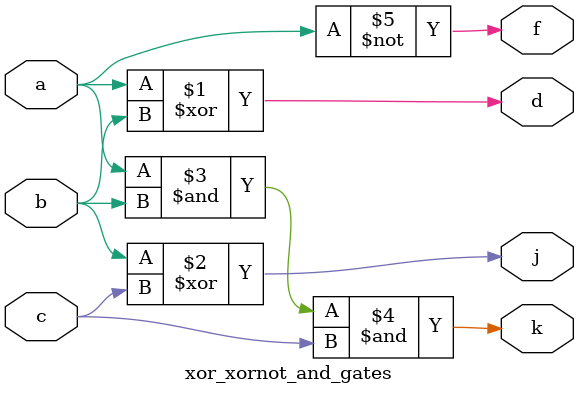
<source format=v>
module xor_xornot_and_gates (output d, j, f, k, input a, b, c);
  xor (d, a, b);   // d is the output, a and b are inputs
  xor (j, b, c);  // j is the output, b and c are inputs
  not (f, a);  // f is the output, a is the input
  and (k, a, b, c);  //y is the output , a and b and c are inputs
endmodule
</source>
